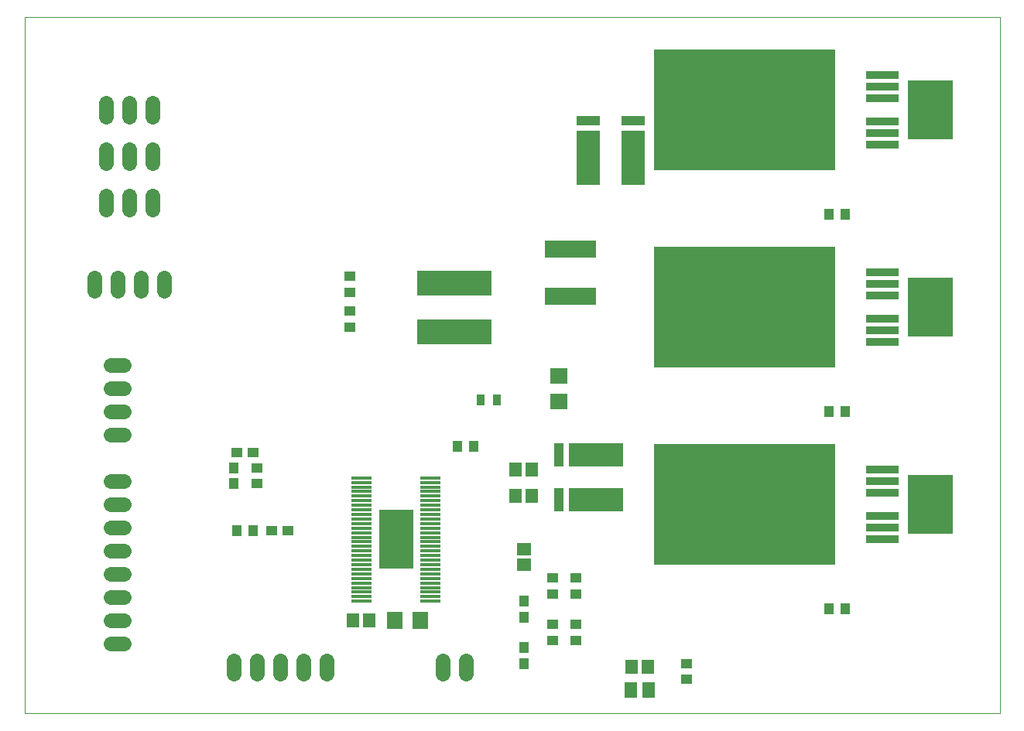
<source format=gts>
G75*
%MOIN*%
%OFA0B0*%
%FSLAX25Y25*%
%IPPOS*%
%LPD*%
%AMOC8*
5,1,8,0,0,1.08239X$1,22.5*
%
%ADD10C,0.00000*%
%ADD11R,0.05518X0.06306*%
%ADD12R,0.03550X0.05124*%
%ADD13R,0.06699X0.07487*%
%ADD14R,0.07487X0.06699*%
%ADD15R,0.22054X0.07683*%
%ADD16R,0.06306X0.05518*%
%ADD17R,0.04337X0.04731*%
%ADD18R,0.04731X0.04337*%
%ADD19C,0.06337*%
%ADD20C,0.06400*%
%ADD21R,0.31896X0.11030*%
%ADD22R,0.05518X0.06699*%
%ADD23R,0.78400X0.52400*%
%ADD24R,0.14400X0.03200*%
%ADD25R,0.19600X0.25800*%
%ADD26R,0.08668X0.01463*%
%ADD27R,0.14613X0.25400*%
%ADD28R,0.23400X0.10400*%
%ADD29R,0.04400X0.10400*%
%ADD30R,0.10400X0.23400*%
%ADD31R,0.10400X0.04400*%
D10*
X0001000Y0001667D02*
X0001000Y0301667D01*
X0421000Y0301667D01*
X0421000Y0001667D01*
X0001000Y0001667D01*
D11*
X0142654Y0041667D03*
X0149346Y0041667D03*
X0212654Y0095417D03*
X0219346Y0095417D03*
X0219346Y0106667D03*
X0212654Y0106667D03*
X0262654Y0021667D03*
X0269346Y0021667D03*
D12*
X0204543Y0136667D03*
X0197457Y0136667D03*
D13*
X0171512Y0041667D03*
X0160488Y0041667D03*
D14*
X0231000Y0136155D03*
X0231000Y0147178D03*
D15*
X0236000Y0181627D03*
X0236000Y0201706D03*
D16*
X0216000Y0072513D03*
X0216000Y0065820D03*
D17*
X0216000Y0050013D03*
X0216000Y0043320D03*
X0216000Y0030013D03*
X0216000Y0023320D03*
X0099346Y0080417D03*
X0092654Y0080417D03*
X0091000Y0100820D03*
X0091000Y0107513D03*
X0187654Y0116667D03*
X0194346Y0116667D03*
X0347654Y0131667D03*
X0354346Y0131667D03*
X0354346Y0216667D03*
X0347654Y0216667D03*
X0347654Y0046667D03*
X0354346Y0046667D03*
D18*
X0286000Y0023138D03*
X0286000Y0016445D03*
X0238500Y0033320D03*
X0238500Y0040013D03*
X0228500Y0040013D03*
X0228500Y0033320D03*
X0228500Y0053320D03*
X0228500Y0060013D03*
X0238500Y0060013D03*
X0238500Y0053320D03*
X0114346Y0080417D03*
X0107654Y0080417D03*
X0101000Y0100820D03*
X0101000Y0107513D03*
X0099346Y0114167D03*
X0092654Y0114167D03*
X0141000Y0168320D03*
X0141000Y0175013D03*
X0141000Y0183320D03*
X0141000Y0190013D03*
D19*
X0061000Y0189635D02*
X0061000Y0183698D01*
X0051000Y0183698D02*
X0051000Y0189635D01*
X0041000Y0189635D02*
X0041000Y0183698D01*
X0031000Y0183698D02*
X0031000Y0189635D01*
X0038031Y0151667D02*
X0043969Y0151667D01*
X0043969Y0141667D02*
X0038031Y0141667D01*
X0038031Y0131667D02*
X0043969Y0131667D01*
X0043969Y0121667D02*
X0038031Y0121667D01*
X0038031Y0101667D02*
X0043969Y0101667D01*
X0043969Y0091667D02*
X0038031Y0091667D01*
X0038031Y0081667D02*
X0043969Y0081667D01*
X0043969Y0071667D02*
X0038031Y0071667D01*
X0038031Y0061667D02*
X0043969Y0061667D01*
X0043969Y0051667D02*
X0038031Y0051667D01*
X0038031Y0041667D02*
X0043969Y0041667D01*
X0043969Y0031667D02*
X0038031Y0031667D01*
X0091000Y0024635D02*
X0091000Y0018698D01*
X0101000Y0018698D02*
X0101000Y0024635D01*
X0111000Y0024635D02*
X0111000Y0018698D01*
X0121000Y0018698D02*
X0121000Y0024635D01*
X0131000Y0024635D02*
X0131000Y0018698D01*
X0181000Y0018698D02*
X0181000Y0024635D01*
X0191000Y0024635D02*
X0191000Y0018698D01*
D20*
X0056000Y0218667D02*
X0056000Y0224667D01*
X0046000Y0224667D02*
X0046000Y0218667D01*
X0036000Y0218667D02*
X0036000Y0224667D01*
X0036000Y0238667D02*
X0036000Y0244667D01*
X0046000Y0244667D02*
X0046000Y0238667D01*
X0056000Y0238667D02*
X0056000Y0244667D01*
X0056000Y0258667D02*
X0056000Y0264667D01*
X0046000Y0264667D02*
X0046000Y0258667D01*
X0036000Y0258667D02*
X0036000Y0264667D01*
D21*
X0186000Y0187100D03*
X0186000Y0166234D03*
D22*
X0262260Y0011667D03*
X0269740Y0011667D03*
D23*
X0311000Y0091667D03*
X0311000Y0176667D03*
X0311000Y0261667D03*
D24*
X0370550Y0266667D03*
X0370550Y0271667D03*
X0370550Y0276667D03*
X0370550Y0256667D03*
X0370550Y0251667D03*
X0370550Y0246667D03*
X0370550Y0191667D03*
X0370550Y0186667D03*
X0370550Y0181667D03*
X0370550Y0171667D03*
X0370550Y0166667D03*
X0370550Y0161667D03*
X0370550Y0106667D03*
X0370550Y0101667D03*
X0370550Y0096667D03*
X0370550Y0086667D03*
X0370550Y0081667D03*
X0370550Y0076667D03*
D25*
X0391000Y0091667D03*
X0391000Y0176667D03*
X0391000Y0261667D03*
D26*
X0175961Y0103241D03*
X0175961Y0101273D03*
X0175961Y0099304D03*
X0175961Y0097336D03*
X0175961Y0095367D03*
X0175961Y0093399D03*
X0175961Y0091430D03*
X0175961Y0089462D03*
X0175961Y0087493D03*
X0175961Y0085525D03*
X0175961Y0083556D03*
X0175961Y0081588D03*
X0175961Y0079619D03*
X0175961Y0077651D03*
X0175961Y0075682D03*
X0175961Y0073714D03*
X0175961Y0071745D03*
X0175961Y0069777D03*
X0175961Y0067808D03*
X0175961Y0065840D03*
X0175961Y0063871D03*
X0175961Y0061903D03*
X0175961Y0059934D03*
X0175961Y0057966D03*
X0175961Y0055997D03*
X0175961Y0054029D03*
X0175961Y0052060D03*
X0175961Y0050092D03*
X0146236Y0050092D03*
X0146236Y0052060D03*
X0146236Y0054029D03*
X0146236Y0055997D03*
X0146236Y0057966D03*
X0146236Y0059934D03*
X0146236Y0061903D03*
X0146236Y0063871D03*
X0146236Y0065840D03*
X0146236Y0067808D03*
X0146236Y0069777D03*
X0146236Y0071745D03*
X0146236Y0073714D03*
X0146236Y0075682D03*
X0146236Y0077651D03*
X0146236Y0079619D03*
X0146236Y0081588D03*
X0146236Y0083556D03*
X0146236Y0085525D03*
X0146236Y0087493D03*
X0146236Y0089462D03*
X0146236Y0091430D03*
X0146236Y0093399D03*
X0146236Y0095367D03*
X0146236Y0097336D03*
X0146236Y0099304D03*
X0146236Y0101273D03*
X0146236Y0103241D03*
D27*
X0161000Y0076667D03*
D28*
X0247000Y0093842D03*
X0247000Y0113242D03*
D29*
X0231250Y0113242D03*
X0231250Y0093842D03*
D30*
X0243800Y0241292D03*
X0263200Y0241292D03*
D31*
X0263200Y0257042D03*
X0243800Y0257042D03*
M02*

</source>
